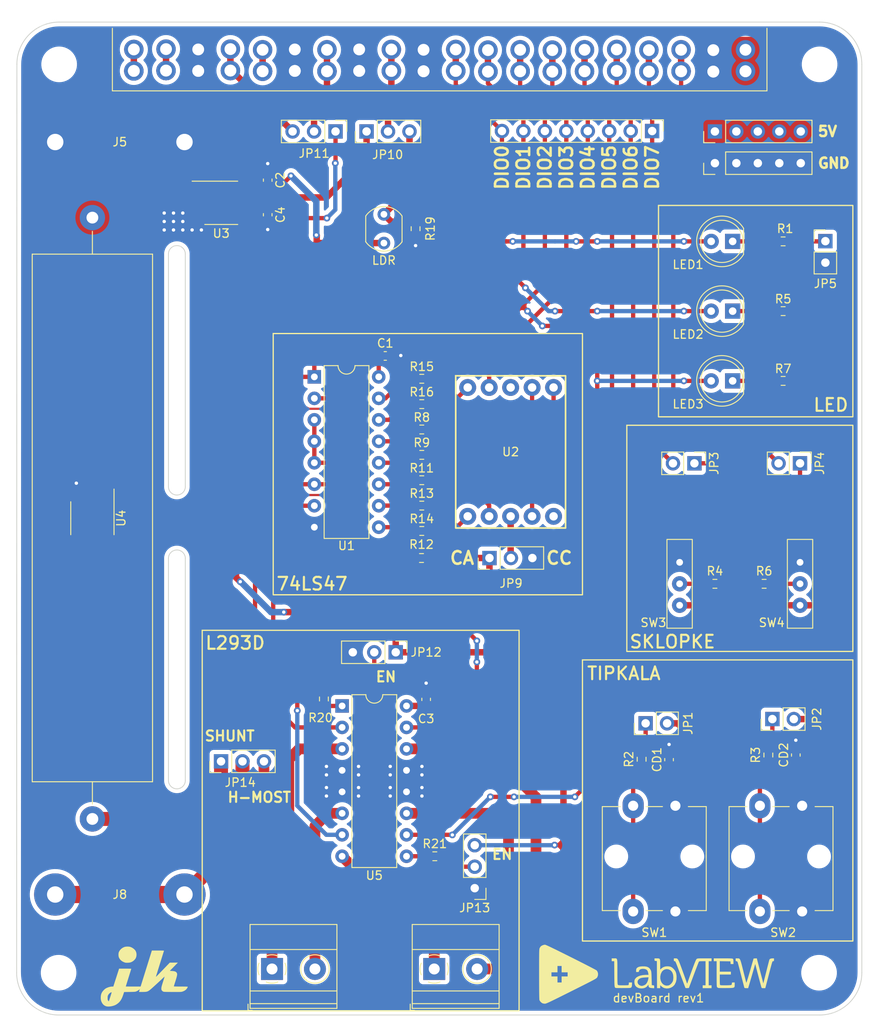
<source format=kicad_pcb>
(kicad_pcb (version 20211014) (generator pcbnew)
  (layers (0 "F.Cu" signal) (31 "B.Cu" signal) (34 "B.Paste" user) (35 "F.Paste" user) (36 "B.SilkS" user "B.Silkscreen") (37 "F.SilkS" user "F.Silkscreen") (38 "B.Mask" user) (39 "F.Mask" user) (44 "Edge.Cuts" user))
  (net 0 "")
  (net 1 "+5V")
  (net 2 "GND")
  (net 3 "Net-(C4-Pad1)")
  (net 4 "unconnected-(J1-Pad1)")
  (net 5 "unconnected-(J1-Pad2)")
  (net 6 "AO0")
  (net 7 "unconnected-(J1-Pad5)")
  (net 8 "AI0+")
  (net 9 "AI1+")
  (net 10 "DIO0")
  (net 11 "DIO1")
  (net 12 "DIO2")
  (net 13 "DIO3")
  (net 14 "DIO4")
  (net 15 "DIO5")
  (net 16 "DIO6")
  (net 17 "DIO7")
  (net 18 "Net-(J4-Pad1)")
  (net 19 "Net-(J4-Pad2)")
  (net 20 "Net-(J6-Pad1)")
  (net 21 "Net-(J6-Pad2)")
  (net 22 "Net-(JP9-Pad2)")
  (net 23 "Net-(JP10-Pad1)")
  (net 24 "Net-(JP10-Pad3)")
  (net 25 "Net-(JP11-Pad1)")
  (net 26 "Net-(D1-Pad1)")
  (net 27 "SHUNT")
  (net 28 "VDD")
  (net 29 "Net-(R8-Pad1)")
  (net 30 "Net-(R8-Pad2)")
  (net 31 "Net-(R9-Pad1)")
  (net 32 "Net-(R9-Pad2)")
  (net 33 "Net-(R11-Pad1)")
  (net 34 "Net-(R11-Pad2)")
  (net 35 "Net-(R12-Pad2)")
  (net 36 "Net-(R13-Pad1)")
  (net 37 "Net-(R13-Pad2)")
  (net 38 "Net-(R14-Pad1)")
  (net 39 "Net-(R14-Pad2)")
  (net 40 "Net-(R15-Pad1)")
  (net 41 "Net-(R15-Pad2)")
  (net 42 "Net-(R16-Pad1)")
  (net 43 "Net-(R16-Pad2)")
  (net 44 "Net-(R17-Pad2)")
  (net 51 "Net-(R4-Pad1)")
  (net 52 "Net-(R6-Pad2)")
  (net 53 "Net-(JP1-Pad1)")
  (net 54 "Net-(JP2-Pad1)")
  (net 55 "Net-(JP3-Pad1)")
  (net 56 "Net-(JP4-Pad1)")
  (net 57 "Net-(R20-Pad2)")
  (net 58 "Net-(D2-Pad1)")
  (net 59 "Net-(D3-Pad1)")
  (net 60 "Net-(R21-Pad2)")
  (net 61 "Net-(JP5-Pad1)")
  (net 62 "Net-(J8-Pad1)")
  (net 63 "Net-(JP12-Pad2)")
  (net 64 "Net-(JP13-Pad2)")
  (footprint "Resistor_SMD:R_0603_1608Metric" (layer "F.Cu") (at 148.8325 91.65)
    (fp_text reference "R11")
    (fp_text value "680")
  )
  (footprint "MountingHole:MountingHole_3.2mm_M3" (layer "F.Cu") (at 195.914466 42.464466)
    (fp_text reference "H1" hide)
    (fp_text value "MountingHole_Pad")
  )
  (footprint "Library:Omron_B3F-12x12mm" (layer "F.Cu") (at 173.85 142.65 90)
    (fp_text reference "SW1")
    (fp_text value "SW_Push")
  )
  (footprint "Capacitor_SMD:C_0603_1608Metric" (layer "F.Cu") (at 193.1 124.15 90)
    (fp_text reference "CD2")
    (fp_text value "100n")
  )
  (footprint "Connector_PinHeader_2.54mm:PinHeader_1x02_P2.54mm_Vertical" (layer "F.Cu") (at 196.6 63.375)
    (fp_text reference "JP5")
    (fp_text value "Jumper_2_Open")
  )
  (footprint "Capacitor_SMD:C_0603_1608Metric" (layer "F.Cu") (at 149.35 117.57 90)
    (fp_text reference "C3")
    (fp_text value "100n")
  )
  (footprint "Library:we01014042" (layer "F.Cu") (at 193.6 103.9 90)
    (fp_text reference "SW4")
    (fp_text value "SW_SPDT")
  )
  (footprint "Connector_PinHeader_2.54mm:PinHeader_1x03_P2.54mm_Vertical" (layer "F.Cu") (at 142.3 50.4 90)
    (fp_text reference "JP10")
    (fp_text value "Jumper_3_Open")
  )
  (footprint "Resistor_SMD:R_0603_1608Metric" (layer "F.Cu") (at 189.85 124.15 -90)
    (fp_text reference "R3")
    (fp_text value "10k")
  )
  (footprint "Connector_PinHeader_2.54mm:PinHeader_1x02_P2.54mm_Vertical" (layer "F.Cu") (at 175.325 120.4 90)
    (fp_text reference "JP1")
    (fp_text value "Jumper_2_Open")
  )
  (footprint "Connector_PinHeader_2.54mm:PinHeader_1x05_P2.54mm_Vertical" (layer "F.Cu") (at 183.525 50.4 90)
    (fp_text reference "J2" hide)
    (fp_text value "Conn_01x05_Male")
  )
  (footprint "Library:Omron_B3F-12x12mm" (layer "F.Cu") (at 188.85 142.65 90)
    (fp_text reference "SW2")
    (fp_text value "SW_Push")
  )
  (footprint "Connector_PinHeader_2.54mm:PinHeader_1x03_P2.54mm_Vertical" (layer "F.Cu") (at 125.075 124.9 90)
    (fp_text reference "JP14")
    (fp_text value "Jumper_3_Open")
  )
  (footprint "TerminalBlock_Phoenix:TerminalBlock_Phoenix_MKDS-1,5-2-5.08_1x02_P5.08mm_Horizontal" (layer "F.Cu") (at 150.305 149.455)
    (fp_text reference "J6" hide)
    (fp_text value "Screw_Terminal_01x02")
  )
  (footprint "Capacitor_SMD:C_0603_1608Metric" (layer "F.Cu") (at 130.6 60.25 -90)
    (fp_text reference "C4")
    (fp_text value "1n")
  )
  (footprint "LED_THT:LED_D5.0mm" (layer "F.Cu") (at 185.625 71.65 180)
    (fp_text reference "D2" hide)
    (fp_text value "LED")
  )
  (footprint "Resistor_SMD:R_0603_1608Metric" (layer "F.Cu") (at 150.375 136.125 180)
    (fp_text reference "R21")
    (fp_text value "10k")
  )
  (footprint "Resistor_SMD:R_0603_1608Metric" (layer "F.Cu") (at 148.8325 94.65)
    (fp_text reference "R13")
    (fp_text value "680")
  )
  (footprint "Library:logo" (layer "F.Cu") (at 116.1 150.15)
    (fp_text reference "G***" hide)
    (fp_text value "LOGO" hide)
  )
  (footprint "Resistor_SMD:R_0603_1608Metric" (layer "F.Cu") (at 148.8325 85.65)
    (fp_text reference "R8")
    (fp_text value "680")
  )
  (footprint "MountingHole:MountingHole_3.2mm_M3" (layer "F.Cu") (at 105.914466 42.464466 -90)
    (fp_text reference "H4" hide)
    (fp_text value "MountingHole_Pad")
  )
  (footprint "Library:we01014042" (layer "F.Cu") (at 179.35 103.9 90)
    (fp_text reference "SW3")
    (fp_text value "SW_SPDT")
  )
  (footprint "Connector_PinHeader_2.54mm:PinHeader_1x03_P2.54mm_Vertical" (layer "F.Cu") (at 145.75 112 -90)
    (fp_text reference "JP12")
    (fp_text value "Jumper_3_Open")
  )
  (footprint "Connector_PinHeader_2.54mm:PinHeader_1x02_P2.54mm_Vertical" (layer "F.Cu") (at 190.325 119.9 90)
    (fp_text reference "JP2")
    (fp_text value "Jumper_2_Open")
  )
  (footprint "Library:OSTV7XX3151" (layer "F.Cu") (at 114.755 40.7)
    (fp_text reference "J1" hide)
    (fp_text value "OSTV7XX3151")
  )
  (footprint "Package_SO:SOIC-8_3.9x4.9mm_P1.27mm" (layer "F.Cu") (at 125.1 58.84)
    (fp_text reference "U3")
    (fp_text value "ACS712xLCTR-05B")
  )
  (footprint "Connector_PinHeader_2.54mm:PinHeader_1x03_P2.54mm_Vertical" (layer "F.Cu") (at 156.8425 100.85 90)
    (fp_text reference "JP9")
    (fp_text value "Jumper_3_Open")
  )
  (footprint "Package_DIP:DIP-16_W7.62mm" (layer "F.Cu") (at 136.1175 79.425)
    (fp_text reference "U1")
    (fp_text value "74LS47")
  )
  (footprint "OptoDevice:R_LDR_5.1x4.3mm_P3.4mm_Vertical" (layer "F.Cu") (at 144.35 63.6 90)
    (fp_text reference "R18" hide)
    (fp_text value "R_Photo")
  )
  (footprint "Connector_PinHeader_2.54mm:PinHeader_1x02_P2.54mm_Vertical" (layer "F.Cu") (at 181.1 89.65 -90)
    (fp_text reference "JP3")
    (fp_text value "Jumper_2_Open")
  )
  (footprint "Resistor_SMD:R_0603_1608Metric" (layer "F.Cu") (at 137.25 117.52 -90)
    (fp_text reference "R20")
    (fp_text value "10k")
  )
  (footprint "Capacitor_SMD:C_0603_1608Metric" (layer "F.Cu") (at 178.1 124.7 90)
    (fp_text reference "CD1")
    (fp_text value "100n")
  )
  (footprint "Resistor_SMD:R_0603_1608Metric" (layer "F.Cu") (at 191.6 63.4)
    (fp_text reference "R1")
    (fp_text value "1k")
  )
  (footprint "Capacitor_SMD:C_0603_1608Metric" (layer "F.Cu") (at 144.5125 76.95)
    (fp_text reference "C1")
    (fp_text value "100n")
  )
  (footprint "Package_DIP:DIP-16_W7.62mm" (layer "F.Cu") (at 139.405 118.345)
    (fp_text reference "U5")
    (fp_text value "L293D")
  )
  (footprint "Library:7segm-SA52" (layer "F.Cu") (at 159.35 88.3)
    (fp_text reference "U2")
    (fp_text value "7segm-symbol")
  )
  (footprint "MountingHole:MountingHole_3.2mm_M3" (layer "F.Cu") (at 195.85 149.9)
    (fp_text reference "H2" hide)
    (fp_text value "MountingHole_Pad")
  )
  (footprint "Connector_PinHeader_2.54mm:PinHeader_1x03_P2.54mm_Vertical" (layer "F.Cu") (at 155.1 139.9 180)
    (fp_text reference "JP13")
    (fp_text value "Jumper_3_Open")
  )
  (footprint "Resistor_SMD:R_0603_1608Metric" (layer "F.Cu") (at 183.525 103.9)
    (fp_text reference "R4")
    (fp_text value "10k")
  )
  (footprint "Capacitor_SMD:C_0603_1608Metric" (layer "F.Cu") (at 130.6 56.16 90)
    (fp_text reference "C2")
    (fp_text value "100n")
  )
  (footprint "Connector_PinHeader_2.54mm:PinHeader_1x03_P2.54mm_Vertical" (layer "F.Cu") (at 138.625 50.4 -90)
    (fp_text reference "JP11")
    (fp_text value "Jumper_3_Open")
  )
  (footprint "Package_SO:SOIC-8_3.9x4.9mm_P1.27mm" (layer "F.Cu") (at 109.85 96.145 -90)
    (fp_text reference "U4")
    (fp_text value "LM35-D")
  )
  (footprint "LED_THT:LED_D5.0mm" (layer "F.Cu") (at 185.625 63.4 180)
    (fp_text reference "D1" hide)
    (fp_text value "LED")
  )
  (footprint "Library:Labview-logo" (layer "F.Cu") (at 176.6 150.15)
    (fp_text reference "G***" hide)
    (fp_text value "LOGO" hide)
  )
  (footprint "MountingHole:MountingHole_3.2mm_M3" (layer "F.Cu") (at 105.85 149.9)
    (fp_text reference "H3" hide)
    (fp_text value "MountingHole_Pad")
  )
  (footprint "Library:DELTRON 4mm banana socket - red" (layer "F.Cu") (at 113.1 140.65)
    (fp_text reference "J8")
    (fp_text value "Screw_Terminal_01x01")
  )
  (footprint "Resistor_SMD:R_0603_1608Metric" (layer "F.Cu") (at 148.8325 97.65)
    (fp_text reference "R14")
    (fp_text value "680")
  )
  (footprint "Connector_PinHeader_2.54mm:PinHeader_1x02_P2.54mm_Vertical" (layer "F.Cu") (at 193.6 89.65 -90)
    (fp_text reference "JP4")
    (fp_text value "Jumper_2_Open")
  )
  (footprint "Library:R_Axial_Power_L60.0mm_W14.0mm_P71.12mm" (layer "F.Cu") (at 109.85 131.71 90)
    (fp_text reference "R17" hide)
    (fp_text value "1R")
  )
  (footprint "Resistor_SMD:R_0603_1608Metric" (layer "F.Cu") (at 148.8325 79.65)
    (fp_text reference "R15")
    (fp_text value "680")
  )
  (footprint "Resistor_SMD:R_0603_1608Metric" (layer "F.Cu") (at 148.8 100.85 180)
    (fp_text reference "R12")
    (fp_text value "10k")
  )
  (footprint "Resistor_SMD:R_0603_1608Metric" (layer "F.Cu") (at 189.35 103.9)
    (fp_text reference "R6")
    (fp_text value "10k")
  )
  (footprint "Resistor_SMD:R_0603_1608Metric" (layer "F.Cu") (at 148.8325 82.65)
    (fp_text reference "R16")
    (fp_text value "680")
  )
  (footprint "LED_THT:LED_D5.0mm" (layer "F.Cu") (at 185.625 79.9 180)
    (fp_text reference "D3" hide)
    (fp_text value "LED")
  )
  (footprint "Resistor_SMD:R_0603_1608Metric" (layer "F.Cu") (at 191.6 71.65)
    (fp_text reference "R5")
    (fp_text value "1k")
  )
  (footprint "Resistor_SMD:R_0603_1608Metric" (layer "F.Cu") (at 148.1 61.9 -90)
    (fp_text reference "R19")
    (fp_text value "10k")
  )
  (footprint "Library:DELTRON 4mm banana socket - black" (layer "F.Cu") (at 113.1 51.65)
    (fp_text reference "J5")
    (fp_text value "Screw_Terminal_01x01")
  )
  (footprint "Connector_PinHeader_2.54mm:PinHeader_1x05_P2.54mm_Vertical" (layer "F.Cu") (at 183.525 54.15 90)
    (fp_text reference "J3" hide)
    (fp_text value "Conn_01x05_Male")
  )
  (footprint "Connector_PinHeader_2.54mm:PinHeader_1x08_P2.54mm_Vertical" (layer "F.Cu") (at 176.1 50.35 -90)
    (fp_text reference "J7" hide)
    (fp_text value "Conn_01x08_Male")
  )
  (footprint "Resistor_SMD:R_0603_1608Metric" (layer "F.Cu") (at 148.8325 88.65)
    (fp_text reference "R9")
    (fp_text value "680")
  )
  (footprint "Resistor_SMD:R_0603_1608Metric" (layer "F.Cu") (at 191.6 79.9)
    (fp_text reference "R7")
    (fp_text value "1k")
  )
  (footprint "Resistor_SMD:R_0603_1608Metric" (layer "F.Cu") (at 174.85 124.65 -90)
    (fp_text reference "R2")
    (fp_text value "10k")
  )
  (footprint "TerminalBlock_Phoenix:TerminalBlock_Phoenix_MKDS-1,5-2-5.08_1x02_P5.08mm_Horizontal" (layer "F.Cu") (at 131.11 149.455)
    (fp_text reference "J4" hide)
    (fp_text value "Screw_Terminal_01x02")
  )
  (gr_rect (start 167.85 74.3) (end 131.25 105.2) (layer "F.SilkS") (width 0.15) (fill none))
  (gr_rect (start 160.35 109.4) (end 122.85 154.4) (layer "F.SilkS") (width 0.15) (fill none))
  (gr_rect (start 199.85 85.15) (end 173.1 111.9) (layer "F.SilkS") (width 0.15) (fill none))
  (gr_rect (start 199.85 112.9) (end 167.85 146.15) (layer "F.SilkS") (width 0.15) (fill none))
  (gr_rect (start 199.85 59.15) (end 176.85 84.15) (layer "F.SilkS") (width 0.15) (fill none))
  (gr_line (start 195.914466 37.464466) (end 105.914466 37.464466) (layer "Edge.Cuts") (width 0.1))
  (gr_line (start 105.88553 154.9) (end 195.914466 154.9) (layer "Edge.Cuts") (width 0.1))
  (gr_line (start 100.88553 149.9) (end 100.914466 42.464466) (layer "Edge.Cuts") (width 0.1))
  (gr_line (start 200.914466 149.9) (end 200.914466 42.464466) (layer "Edge.Cuts") (width 0.1))
  (gr_line (start 118.85 100.9) (end 118.85 127.15) (layer "Edge.Cuts") (width 0.1))
  (gr_line (start 120.85 92.4) (end 120.85 64.9) (layer "Edge.Cuts") (width 0.1))
  (gr_arc (start 200.914466 149.9) (mid 199.449998 153.435522) (end 195.914466 154.9) (layer "Edge.Cuts") (width 0.1))
  (gr_arc (start 195.914466 37.464466) (mid 199.450034 38.928918) (end 200.914466 42.464466) (layer "Edge.Cuts") (width 0.1))
  (gr_line (start 120.85 100.9) (end 120.85 127.15) (layer "Edge.Cuts") (width 0.1))
  (gr_arc (start 100.914466 42.464466) (mid 102.378933 38.928933) (end 105.914466 37.464466) (layer "Edge.Cuts") (width 0.1))
  (gr_arc (start 105.88553 154.9) (mid 102.349999 153.435531) (end 100.88553 149.9) (layer "Edge.Cuts") (width 0.1))
  (gr_arc (start 118.85 64.9) (mid 119.85 63.9) (end 120.85 64.9) (layer "Edge.Cuts") (width 0.1))
  (gr_arc (start 120.85 92.4) (mid 119.85 93.4) (end 118.85 92.4) (layer "Edge.Cuts") (width 0.1))
  (gr_arc (start 120.85 127.15) (mid 119.85 128.15) (end 118.85 127.15) (layer "Edge.Cuts") (width 0.1))
  (gr_line (start 118.85 64.9) (end 118.85 92.4) (layer "Edge.Cuts") (width 0.1))
  (gr_arc (start 118.85 100.9) (mid 119.85 99.9) (end 120.85 100.9) (layer "Edge.Cuts") (width 0.1))
  (gr_text "LED1" (at 180.35 66.15) (layer "F.SilkS") (effects (font (size 1 1))))
  (gr_text "devBoard rev1" (at 176.85 152.9) (layer "F.SilkS") (effects (font (size 1 1))))
  (gr_text "LDR" (at 144.35 65.65) (layer "F.SilkS") (effects (font (size 1 1))))
  (gr_text "SHUNT" (at 126.1 121.9) (layer "F.SilkS") (effects (font (size 1.2 1.2) (thickness 0.25))))
  (gr_text "DIO5" (at 171.02 54.65 90) (layer "F.SilkS") (effects (font (size 1.5 1.5) (thickness 0.3))))
  (gr_text "EN" (at 144.6 114.9) (layer "F.SilkS") (effects (font (size 1.2 1.2) (thickness 0.25))))
  (gr_text "DIO3" (at 165.94 54.65 90) (layer "F.SilkS") (effects (font (size 1.5 1.5) (thickness 0.3))))
  (gr_text "H-MOST" (at 129.6 129.15) (layer "F.SilkS") (effects (font (size 1.2 1.2) (thickness 0.25))))
  (gr_text "DIO0" (at 158.32 54.65 90) (layer "F.SilkS") (effects (font (size 1.5 1.5) (thickness 0.3))))
  (gr_text "74LS47" (at 135.85 103.9) (layer "F.SilkS") (effects (font (size 1.5 1.5) (thickness 0.25))))
  (gr_text "DIO2" (at 163.4 54.65 90) (layer "F.SilkS") (effects (font (size 1.5 1.5) (thickness 0.3))))
  (gr_text "LED3" (at 180.35 82.65) (layer "F.SilkS") (effects (font (size 1 1))))
  (gr_text "DIO4" (at 168.48 54.65 90) (layer "F.SilkS") (effects (font (size 1.5 1.5) (thickness 0.3))))
  (gr_text "LED" (at 197.25 82.75) (layer "F.SilkS") (effects (font (size 1.5 1.5) (thickness 0.25))))
  (gr_text "DIO7" (at 176.1 54.65 90) (layer "F.SilkS") (effects (font (size 1.5 1.5) (thickness 0.3))))
  (gr_text "5V" (at 196.85 50.4) (layer "F.SilkS") (effects (font (size 1.2 1.2) (thickness 0.3))))
  (gr_text "LED2" (at 180.35 74.4) (layer "F.SilkS") (effects (font (size 1 1))))
  (gr_text "CA" (at 153.6 100.85) (layer "F.SilkS") (effects (font (size 1.5 1.5) (thickness 0.3))))
  (gr_text "SKLOPKE" (at 178.5 110.75) (layer "F.SilkS") (effects (font (size 1.5 1.5) (thickness 0.25))))
  (gr_text "DIO6" (at 173.56 54.65 90) (layer "F.SilkS") (effects (font (size 1.5 1.5) (thickness 0.3))))
  (gr_text "GND" (at 197.6 54.15) (layer "F.SilkS") (effects (font (size 1.2 1.2) (thickness 0.3))))
  (gr_text "TIPKALA" (at 172.75 114.5) (layer "F.SilkS") (effects (font (size 1.5 1.5) (thickness 0.25))))
  (gr_text "DIO1" (at 160.86 54.65 90) (layer "F.SilkS") (effects (font (size 1.5 1.5) (thickness 0.3))))
  (gr_text "L293D" (at 126.75 110.9) (layer "F.SilkS") (effects (font (size 1.5 1.5) (thickness 0.25))))
  (gr_text "EN" (at 158.35 135.9) (layer "F.SilkS") (effects (font (size 1.2 1.2) (thickness 0.25))))
  (gr_text "CC" (at 165.1 100.85) (layer "F.SilkS") (effects (font (size 1.5 1.5) (thickness 0.3))))
  (segment (start 183.85 147.9) (end 183.85 148.15) (width 0.762) (layer "F.Cu") (net 1))
  (segment (start 153.45 112) (end 156.25 112) (width 0.762) (layer "F.Cu") (net 1))
  (segment (start 157.45 112) (end 163.2 112) (width 0.762) (layer "F.Cu") (net 1))
  (segment (start 199.35 119.15) (end 199.35 118.9) (width 0.762) (layer "F.Cu") (net 1))
  (segment (start 193.6 106.44) (end 198.39 106.44) (width 0.762) (layer "F.Cu") (net 1))
  (segment (start 152.95 117.3) (end 152.95 112.55) (width 0.762) (layer "F.Cu") (net 1))
  (segment (start 199.35 118.9) (end 199.35 119.9) (width 0.762) (layer "F.Cu") (net 1))
  (segment (start 152.95 112) (end 153.45 112) (width 0.762) (layer "F.Cu") (net 1))
  (segment (start 199.35 107.15) (end 199.35 118.9) (width 0.762) (layer "F.Cu") (net 1))
  (segment (start 157.3275 103.6575) (end 157.3275 103.6275) (width 0.762) (layer "F.Cu") (net 1))
  (segment (start 156.8425 111.8425) (end 157 112) (width 0.762) (layer "F.Cu") (net 1))
  (segment (start 147.025 118.345) (end 149.35 118.345) (width 0.762) (layer "F.Cu") (net 1))
  (segment (start 147.35 75.4) (end 148.35 76.4) (width 0.762) (layer "F.Cu") (net 1))
  (segment (start 126.32 98.62) (end 126.38 98.62) (width 0.508) (layer "F.Cu") (net 1))
  (segment (start 130.6 56.935) (end 132.065 56.935) (width 0.508) (layer "F.Cu") (net 1))
  (segment (start 165.6 134.25) (end 165.6 114.4) (width 0.762) (layer "F.Cu") (net 1))
  (segment (start 156.8425 100.85) (end 156.8425 103.1425) (width 0.762) (layer "F.Cu") (net 1))
  (segment (start 165.6 135.35) (end 165.6 134.95) (width 0.762) (layer "F.Cu") (net 1))
  (segment (start 156.8425 111.4075) (end 156.25 112) (width 0.762) (layer "F.Cu") (net 1))
  (segment (start 198.39 106.44) (end 199.06 106.44) (width 0.762) (layer "F.Cu") (net 1))
  (segment (start 126.85 99.15) (end 126.85 103.15) (width 0.762) (layer "F.Cu") (net 1))
  (segment (start 183.85 148.15) (end 183.1 148.9) (width 0.762) (layer "F.Cu") (net 1))
  (segment (start 191.35 146.65) (end 189.1 148.9) (width 0.762) (layer "F.Cu") (net 1))
  (segment (start 192.865 119.9) (end 198.6 119.9) (width 0.762) (layer "F.Cu") (net 1))
  (segment (start 157.3575 103.6575) (end 157.3275 103.6575) (width 0.762) (layer "F.Cu") (net 1))
  (segment (start 145.75 112) (end 152.5 112) (width 0.762) (layer "F.Cu") (net 1))
  (segment (start 152.5 112) (end 152.95 112) (width 0.762) (layer "F.Cu") (net 1))
  (segment (start 163.2 112) (end 165.1 113.9) (width 0.762) (layer "F.Cu") (net 1))
  (segment (start 126.32 98.62) (end 126.85 99.15) (width 0.508) (layer "F.Cu") (net 1))
  (segment (start 156.8425 111.3925) (end 156.8425 111.4075) (width 0.762) (layer "F.Cu") (net 1))
  (segment (start 143.7375 76.95) (end 143.7375 79.425) (width 0.508) (layer "F.Cu") (net 1))
  (segment (start 143.7375 76.95) (end 143.7375 76.0125) (width 0.762) (layer "F.Cu") (net 1))
  (segment (start 151.905 118.345) (end 152.95 117.3) (width 0.762) (layer "F.Cu") (net 1))
  (segment (start 165.45 134.8) (end 165.6 134.95) (width 0.508) (layer "F.Cu") (net 1))
  (segment (start 164.55 134.8) (end 165.05 134.8) (width 0.508) (layer "F.Cu") (net 1))
  (segment (start 111.755 98.62) (end 126.32 98.62) (width 0.508) (layer "F.Cu") (net 1))
  (segment (start 165.05 134.8) (end 165.6 135.35) (width 0.508) (layer "F.Cu") (net 1))
  (segment (start 183.85 148.15) (end 184.6 148.9) (width 0.762) (layer "F.Cu") (net 1))
  (segment (start 199.35 120.65) (end 199.35 129.15) (width 0.762) (layer "F.Cu") (net 1))
  (segment (start 183.85 147.9) (end 183.85 148.9) (width 0.762) (layer "F.Cu") (net 1))
  (segment (start 127.575 56.935) (end 130.6 56.935) (width 0.508) (layer "F.Cu") (net 1))
  (segment (start 126.85 73.15) (end 126.85 98.15) (width 0.762) (layer "F.Cu") (net 1))
  (segment (start 156.8425 104.1425) (end 156.8425 111.3925) (width 0.762) (layer "F.Cu") (net 1))
  (segment (start 136.4 63.6) (end 136.4 62.7) (width 0.762) (layer "F.Cu") (net 1))
  (segment (start 153 112.45) (end 153.45 112) (width 0.762) (layer "F.Cu") (net 1))
  (segment (start 157.3575 103.6575) (end 156.8425 103.6575) (width 0.762) (layer "F.Cu") (net 1))
  (segment (start 183.85 125.15) (end 183.85 147.9) (width 0.762) (layer "F.Cu") (net 1))
  (segment (start 126.85 98.15) (end 126.85 98.65) (width 0.762) (layer "F.Cu") (net 1))
  (segment (start 126.82 98.62) (end 126.85 98.65) (width 0.508) (layer "F.Cu") (net 1))
  (segment (start 144.35 63.6) (end 136.4 63.6) (width 0.762) (layer "F.Cu") (net 1))
  (segment (start 165.5925 103.6575) (end 157.3575 103.6575) (width 0.762) (layer "F.Cu") (net 1))
  (segment (start 198.6 119.9) (end 199.35 119.9) (width 0.762) (layer "F.Cu") (net 1))
  (segment (start 145.75 109.8) (end 145.75 112) (width 0.762) (layer "F.Cu") (net 1))
  (segment (start 149.35 118.345) (end 151.905 118.345) (width 0.762) (layer "F.Cu") (net 1))
  (segment (start 199.35 105.65) (end 199.35 106.15) (width 0.762) (layer "F.Cu") (net 1))
  (segment (start 167.6 148.9) (end 165.6 146.9) (width 0.762) (layer "F.Cu") (net 1))
  (segment (start 177.865 120.4) (end 179.1 120.4) (width 0.762) (layer "F.Cu") (net 1))
  (segment (start 189.1 148.9) (end 184.6 148.9) (width 0.762) (layer "F.Cu") (net 1))
  (segment (start 193.6 106.44) (end 179.35 106.44) (width 0.762) (layer "F.Cu") (net 1))
  (segment (start 165.6 134.95) (end 165.6 134.25) (width 0.762) (layer "F.Cu") (net 1))
  (segment (start 144.35 75.4) (end 147.35 75.4) (width 0.762) (layer "F.Cu") (net 1))
  (segment (start 199.35 119.9) (end 199.35 120.65) (width 0.762) (layer "F.Cu") (net 1))
  (segment (start 184.6 148.9) (end 183.85 148.9) (width 0.762) (layer "F.Cu") (net 1))
  (segment (start 199.35 51.9) (end 199.35 105.65) (width 0.762) (layer "F.Cu") (net 1))
  (segment (start 198.6 119.9) (end 199.35 119.15) (width 0.762) (layer "F.Cu") (net 1))
  (segment (start 156.8425 111.3925) (end 156.8425 111.8425) (width 0.762) (layer "F.Cu") (net 1))
  (segment (start 165.35 76.4) (end 167.35 78.4) (width 0.762) (layer "F.Cu") (net 1))
  (segment (start 156.8425 103.6575) (end 156.8425 104.1425) (width 0.762) (layer "F.Cu") (net 1))
  (segment (start 167.35 101.9) (end 165.5925 103.6575) (width 0.762) (layer "F.Cu") (net 1))
  (segment (start 152.95 112.55) (end 152.95 112) (width 0.762) (layer "F.Cu") (net 1))
  (segment (start 156.8425 103.1425) (end 156.8425 103.6575) (width 0.762) (layer "F.Cu") (net 1))
  (segment (start 183.1 148.9) (end 167.6 148.9) (width 0.762) (layer "F.Cu") (net 1))
  (segment (start 179.1 120.4) (end 183.85 125.15) (width 0.762) (layer "F.Cu") (net 1))
  (segment (start 165.05 134.8) (end 165.45 134.8) (width 0.508) (layer "F.Cu") (net 1))
  (segment (start 152.95 112.45) (end 152.5 112) (width 0.762) (layer "F.Cu") (net 1))
  (segment (start 136.4 62.7) (end 136.35 62.65) (width 0.762) (layer "F.Cu") (net 1))
  (segment (start 136.4 63.6) (end 126.85 73.15) (width 0.762) (layer "F.Cu") (net 1))
  (segment (start 167.35 78.4) (end 167.35 101.9) (width 0.762) (layer "F.Cu") (net 1))
  (segment (start 198.56 106.44) (end 198.64 106.44) (width 0.762) (layer "F.Cu") (net 1))
  (segment (start 191.35 137.15) (end 191.35 146.65) (width 0.762) (layer "F.Cu") (net 1))
  (segment (start 156.8425 111.3925) (end 157.45 112) (width 0.762) (layer "F.Cu") (net 1))
  (segment (start 148.35 76.4) (end 165.35 76.4) (width 0.762) (layer "F.Cu") (net 1))
  (segment (start 165.6 146.9) (end 165.6 135.35) (width 0.762) (layer "F.Cu") (net 1))
  (segment (start 198.64 106.44) (end 199.35 107.15) (width 0.762) (layer "F.Cu") (net 1))
  (segment (start 165.6 114.4) (end 165.1 113.9) (width 0.762) (layer "F.Cu") (net 1))
  (segment (start 152.95 112.55) (end 152.95 112.45) (width 0.762) (layer "F.Cu") (net 1))
  (segment (start 199.06 106.44) (end 199.35 106.15) (width 0.762) (layer "F.Cu") (net 1))
  (segment (start 152.95 112.45) (end 153 112.45) (width 0.762) (layer "F.Cu") (net 1))
  (segment (start 132.5 107.25) (end 143.2 107.25) (width 0.762) (layer "F.Cu") (net 1))
  (segment (start 198.6 119.9) (end 199.35 120.65) (width 0.762) (layer "F.Cu") (net 1))
  (segment (start 126.38 98.62) (end 126.85 98.15) (width 0.508) (layer "F.Cu") (net 1))
  (segment (start 132.065 56.935) (end 133.35 55.65) (width 0.508) (layer "F.Cu") (net 1))
  (segment (start 199.35 106.15) (end 199.35 107.15) (width 0.762) (layer "F.Cu") (net 1))
  (segment (start 183.85 148.9) (end 183.1 148.9) (width 0.762) (layer "F.Cu") (net 1))
  (segment (start 149.625 100.85) (end 156.8425 100.85) (width 0.762) (layer "F.Cu") (net 1))
  (segment (start 198.56 106.44) (end 199.35 105.65) (width 0.762) (layer "F.Cu") (net 1))
  (segment (start 126.32 98.62) (end 126.82 98.62) (width 0.508) (layer "F.Cu") (net 1))
  (segment (start 198.39 106.44) (end 198.56 106.44) (width 0.762) (layer "F.Cu") (net 1))
  (segment (start 157.3275 103.6275) (end 156.8425 103.1425) (width 0.762) (layer "F.Cu") (net 1))
  (segment (start 193.685 50.4) (end 197.85 50.4) (width 0.762) (layer "F.Cu") (net 1))
  (segment (start 165.05 134.8) (end 165.6 134.25) (width 0.508) (layer "F.Cu") (net 1))
  (segment (start 143.7375 76.0125) (end 144.35 75.4) (width 0.762) (layer "F.Cu") (net 1))
  (segment (start 126.85 98.65) (end 126.85 99.15) (width 0.762) (layer "F.Cu") (net 1))
  (segment (start 143.2 107.25) (end 145.75 109.8) (width 0.762) (layer "F.Cu") (net 1))
  (segment (start 157 112) (end 157.45 112) (width 0.762) (layer "F.Cu") (net 1))
  (segment (start 126.85 103.15) (end 127.35 103.65) (width 0.762) (layer "F.Cu") (net 1))
  (segment (start 156.25 112) (end 157 112) (width 0.762) (layer "F.Cu") (net 1))
  (segment (start 157.3275 103.6575) (end 156.8425 104.1425) (width 0.762) (layer "F.Cu") (net 1))
  (segment (start 199.35 129.15) (end 191.35 137.15) (width 0.762) (layer "F.Cu") (net 1))
  (segment (start 197.85 50.4) (end 199.35 51.9) (width 0.762) (layer "F.Cu") (net 1))
  (via (at 136.35 62.65) (size 0.8) (drill 0.4) (layers "F.Cu" "B.Cu") (net 1))
  (via (at 132.5 107.25) (size 0.8) (drill 0.4) (layers "F.Cu" "B.Cu") (net 1))
  (via (at 133.35 55.65) (size 0.8) (drill 0.4) (layers "F.Cu" "B.Cu") (net 1))
  (via (at 127.35 103.65) (size 0.8) (drill 0.4) (layers "F.Cu" "B.Cu") (net 1))
  (via (at 164.55 134.8) (size 0.8) (drill 0.4) (layers "F.Cu" "B.Cu") (net 1))
  (segment (start 136.35 62.65) (end 136.35 58.65) (width 0.762) (layer "B.Cu") (net 1))
  (segment (start 155.1 134.82) (end 164.53 134.82) (width 0.508) (layer "B.Cu") (net 1))
  (segment (start 164.53 134.82) (end 164.55 134.8) (width 0.508) (layer "B.Cu") (net 1))
  (segment (start 127.35 103.65) (end 127.4 103.65) (width 0.762) (layer "B.Cu") (net 1))
  (segment (start 131 107.25) (end 132.5 107.25) (width 0.762) (layer "B.Cu") (net 1))
  (segment (start 127.4 103.65) (end 131 107.25) (width 0.762) (layer "B.Cu") (net 1))
  (segment (start 136.35 58.65) (end 133.35 55.65) (width 0.762) (layer "B.Cu") (net 1))
  (segment (start 129.375 61.025) (end 129.095 60.745) (width 0.508) (layer "F.Cu") (net 2))
  (segment (start 130.6 55.385) (end 130.6 54.25) (width 0.508) (layer "F.Cu") (net 2))
  (segment (start 148.1 62.725) (end 148.1 63.9) (width 0.762) (layer "F.Cu") (net 2))
  (segment (start 130.6 61.025) (end 129.375 61.025) (width 0.508) (layer "F.Cu") (net 2))
  (segment (start 129.095 60.745) (end 127.575 60.745) (width 0.508) (layer "F.Cu") (net 2))
  (segment (start 149.35 115.65) (end 149.35 116.795) (width 0.762) (layer "F.Cu") (net 2))
  (segment (start 145.2875 76.95) (end 146.3 76.95) (width 0.508) (layer "F.Cu") (net 2))
  (segment (start 146.3 76.95) (end 146.35 76.9) (width 0.508) (layer "F.Cu") (net 2))
  (segment (start 107.945 93.67) (end 107.945 92.005) (width 0.508) (layer "F.Cu") (net 2))
  (segment (start 107.945 92.005) (end 107.95 92) (width 0.508) (layer "F.Cu") (net 2))
  (segment (start 178.1 123.925) (end 178.1 122.9) (width 0.508) (layer "F.Cu") (net 2))
  (segment (start 193.1 123.375) (end 193.1 122.4) (width 0.508) (layer "F.Cu") (net 2))
  (segment (start 130.6 61.025) (end 130.6 62) (width 0.508) (layer "F.Cu") (net 2))
  (via (at 122.75 62.05) (size 0.8) (drill 0.4) (layers "F.Cu" "B.Cu") (net 2))
  (via (at 145.1 126.5) (size 0.8) (drill 0.4) (layers "F.Cu" "B.Cu") (net 2))
  (via (at 120.55 62.05) (size 0.8) (drill 0.4) (layers "F.Cu" "B.Cu") (net 2))
  (via (at 141.35 125.5) (size 0.8) (drill 0.4) (layers "F.Cu" "B.Cu") (net 2))
  (via (at 148.85 128) (size 0.8) (drill 0.4) (layers "F.Cu" "B.Cu") (net 2))
  (via (at 146.35 76.9) (size 0.8) (drill 0.4) (layers "F.Cu" "B.Cu") (net 2))
  (via (at 119.45 60.05) (size 0.8) (drill 0.4) (layers "F.Cu" "B.Cu") (net 2))
  (via (at 119.45 61.05) (size 0.8) (drill 0.4) (layers "F.Cu" "B.Cu") (net 2))
  (via (at 121.65 62.05) (size 0.8) (drill 0.4) (layers "F.Cu" "B.Cu") (net 2))
  (via (at 145.1 125.5) (size 0.8) (drill 0.4) (layers "F.Cu" "B.Cu") (net 2))
  (via (at 118.35 61.05) (size 0.8) (drill 0.4) (layers "F.Cu" "B.Cu") (net 2))
  (via (at 118.35 60.05) (size 0.8) (drill 0.4) (layers "F.Cu" "B.Cu") (net 2))
  (via (at 145.1 128) (size 0.8) (drill 0.4) (layers "F.Cu" "B.Cu") (net 2))
  (via (at 118.35 62.05) (size 0.8) (drill 0.4) (layers "F.Cu" "B.Cu") (net 2))
  (via (at 130.6 54.2) (size 0.8) (drill 0.4) (layers "F.Cu" "B.Cu") (net 2))
  (via (at 148.85 129) (size 0.8) (drill 0.4) (layers "F.Cu" "B.Cu") (net 2))
  (via (at 148.85 126.5) (size 0.8) (drill 0.4) (layers "F.Cu" "B.Cu") (net 2))
  (via (at 148.85 125.5) (size 0.8) (drill 0.4) (layers "F.Cu" "B.Cu") (net 2))
  (via (at 145.1 129) (size 0.8) (drill 0.4) (layers "F.Cu" "B.Cu") (net 2))
  (via (at 130.6 62) (size 0.8) (drill 0.4) (layers "F.Cu" "B.Cu") (net 2))
  (via (at 141.35 128) (size 0.8) (drill 0.4) (layers "F.Cu" "B.Cu") (net 2))
  (via (at 137.55 129) (size 0.8) (drill 0.4) (layers "F.Cu" "B.Cu") (net 2))
  (via (at 137.55 125.5) (size 0.8) (drill 0.4) (layers "F.Cu" "B.Cu") (net 2))
  (via (at 137.55 126.5) (size 0.8) (drill 0.4) (layers "F.Cu" "B.Cu") (net 2))
  (via (at 141.35 126.5) (size 0.8) (drill 0.4) (layers "F.Cu" "B.Cu") (net 2))
  (via (at 120.55 61.05) (size 0.8) (drill 0.4) (layers "F.Cu" "B.Cu") (net 2))
  (via (at 178.1 122.9) (size 0.8) (drill 0.4) (layers "F.Cu" "B.Cu") (net 2))
  (via (at 149.35 115.65) (size 0.8) (drill 0.4) (layers "F.Cu" "B.Cu") (net 2))
  (via (at 193.1 122.4) (size 0.8) (drill 0.4) (layers "F.Cu" "B.Cu") (net 2))
  (via (at 148.1 63.9) (size 0.8) (drill 0.4) (layers "F.Cu" "B.Cu") (net 2))
  (via (at 137.55 128) (size 0.8) (drill 0.4) (layers "F.Cu" "B.Cu") (net 2))
  (via (at 107.95 92) (size 0.8) (drill 0.4) (layers "F.Cu" "B.Cu") (net 2))
  (via (at 120.55 60.05) (size 0.8) (drill 0.4) (layers "F.Cu" "B.Cu") (net 2))
  (via (at 119.45 62.05) (size 0.8) (drill 0.4) (layers "F.Cu" "B.Cu") (net 2))
  (via (at 141.35 129) (size 0.8) (drill 0.4) (layers "F.Cu" "B.Cu") (net 2))
  (segment (start 127.575 59.475) (end 130.6 59.475) (width 0.508) (layer "F.Cu") (net 3))
  (segment (start 114.755 40.7) (end 114.755 43.24) (width 0.762) (layer "F.Cu") (net 4))
  (segment (start 118.565 40.66) (end 118.565 43.2) (width 0.762) (layer "F.Cu") (net 5))
  (segment (start 133.545 50.4) (end 126.345 43.2) (width 0.762) (layer "F.Cu") (net 6))
  (segment (start 126.345 43.2) (end 126.185 43.2) (width 0.762) (layer "F.Cu") (net 6))
  (segment (start 126.185 40.66) (end 126.185 43.2) (width 0.762) (layer "F.Cu") (net 6))
  (segment (start 129.995 40.74) (end 129.995 43.28) (width 0.762) (layer "F.Cu") (net 7))
  (segment (start 136.085 50.4) (end 136.085 47.665) (width 0.762) (layer "F.Cu") (net 8))
  (segment (start 137.615 46.135) (end 137.615 43.28) (width 0.762) (layer "F.Cu") (net 8))
  (segment (start 137.615 40.74) (end 137.615 43.28) (width 0.762) (layer "F.Cu") (net 8))
  (segment (start 136.085 47.665) (end 137.615 46.135) (width 0.762) (layer "F.Cu") (net 8))
  (segment (start 144.84 47.91) (end 144.84 50.4) (width 0.762) (layer "F.Cu") (net 9))
  (segment (start 145.235 40.7) (end 145.235 43.24) (width 0.762) (layer "F.Cu") (net 9))
  (segment (start 145.235 43.24) (end 145.235 47.515) (width 0.762) (layer "F.Cu") (net 9))
  (segment (start 145.235 47.515) (end 144.84 47.91) (width 0.762) (layer "F.Cu") (net 9))
  (segment (start 133.835 120.885) (end 129.1 116.15) (width 0.508) (layer "F.Cu") (net 10))
  (segment (start 137.35 66.65) (end 129.1 74.9) (width 0.508) (layer "F.Cu") (net 10))
  (segment (start 158.32 61.121263) (end 158.32 50.35) (width 0.508) (layer "F.Cu") (net 10))
  (segment (start 129.515 94.665) (end 129.215 94.665) (width 0.508) (layer "F.Cu") (net 10))
  (segment (start 129.1 94.25) (end 129.1 92.15) (width 0.508) (layer "F.Cu") (net 10))
  (segment (start 129.1 95.05) (end 129.1 94.55) (width 0.508) (layer "F.Cu") (net 10))
  (segment (start 159.6 63.4) (end 158.85 63.4) (width 0.508) (layer "F.Cu") (net 10))
  (segment (start 129.1 94.55) (end 129.1 94.25) (width 0.508) (layer "F.Cu") (net 10))
  (segment (start 158.6 63.4) (end 158.32 63.68) (width 0.508) (layer "F.Cu") (net 10))
  (segment (start 158.32 63.68) (end 158.32 64.43) (width 0.508) (layer "F.Cu") (net 10))
  (segment (start 129.215 94.665) (end 129.1 94.55) (width 0.508) (layer "F.Cu") (net 10))
  (segment (start 158.32 63.43) (end 158.32 63.12) (width 0.508) (layer "F.Cu") (net 10))
  (segment (start 158.6 63.4) (end 158.32 63.12) (width 0.508) (layer "F.Cu") (net 10))
  (segment (start 158.32 50.35) (end 152.855 44.885) (width 0.508) (layer "F.Cu") (net 10))
  (segment (start 136.1175 94.665) (end 129.515 94.665) (width 0.508) (layer "F.Cu") (net 10))
  (segment (start 158.85 63.4) (end 158.6 63.4) (width 0.508) (layer "F.Cu") (net 10))
  (segment (start 152.855 40.7) (end 152.855 43.24) (width 0.762) (layer "F.Cu") (net 10))
  (segment (start 129.485 94.665) (end 129.1 95.05) (width 0.508) (layer "F.Cu") (net 10))
  (segment (start 129.1 116.15) (end 129.1 95.05) (width 0.508) (layer "F.Cu") (net 10))
  (segment (start 129.515 94.665) (end 129.485 94.665) (width 0.508) (layer "F.Cu") (net 10))
  (segment (start 158.85 63.4) (end 158.35 63.4) (width 0.508) (layer "F.Cu") (net 10))
  (segment (start 158.32 64.43) (end 156.1 66.65) (width 0.508) (layer "F.Cu") (net 10))
  (segment (start 158.32 63.43) (end 158.32 63.68) (width 0.508) (layer "F.Cu") (net 10))
  (segment (start 156.1 66.65) (end 137.35 66.65) (width 0.508) (layer "F.Cu") (net 10))
  (segment (start 158.35 63.4) (end 158.32 63.43) (width 0.508) (layer "F.Cu") (net 10))
  (segment (start 129.1 74.9) (end 129.1 92.15) (width 0.508) (layer "F.Cu") (net 10))
  (segment (start 158.32 63.12) (end 158.32 61.121263) (width 0.508) (layer "F.Cu") (net 10))
  (segment (start 152.855 44.885) (end 152.855 43.24) (width 0.508) (layer "F.Cu") (net 10))
  (segment (start 183.085 63.4) (end 179.85 63.4) (width 0.508) (layer "F.Cu") (net 10))
  (segment (start 129.515 94.665) (end 129.1 94.25) (width 0.508) (layer "F.Cu") (net 10))
  (segment (start 167.1 63.4) (end 169.6 63.4) (width 0.508) (layer "F.Cu") (net 10))
  (segment (start 139.405 120.885) (end 133.835 120.885) (width 0.508) (layer "F.Cu") (net 10))
  (via (at 159.6 63.4) (size 0.8) (drill 0.4) (layers "F.Cu" "B.Cu") (net 10))
  (via (at 179.85 63.4) (size 0.8) (drill 0.4) (layers "F.Cu" "B.Cu") (net 10))
  (via (at 169.6 63.4) (size 0.8) (drill 0.4) (layers "F.Cu" "B.Cu") (net 10))
  (via (at 167.1 63.4) (size 0.8) (drill 0.4) (layers "F.Cu" "B.Cu") (net 10))
  (segment (start 164.6 63.4) (end 159.6 63.4) (width 0.508) (layer "B.Cu") (net 10))
  (segment (start 164.6 63.4) (end 167.1 63.4) (width 0.508) (layer "B.Cu") (net 10))
  (segment (start 179.85 63.4) (end 169.6 63.4) (width 0.508) (layer "B.Cu") (net 10))
  (segment (start 139.85 69.15) (end 136.1175 72.8825) (width 0.508) (layer "F.Cu") (net 11))
  (segment (start 131.35 82.4) (end 131.35 91.15) (width 0.508) (layer "F.Cu") (net 11))
  (segment (start 137.85 93.4) (end 138.6 94.15) (width 0.508) (layer "F.Cu") (net 11))
  (segment (start 159.725 67.525) (end 159.475 67.775) (width 0.508) (layer "F.Cu") (net 11))
  (segment (start 159.975 67.775) (end 159.475 67.775) (width 0.508) (layer "F.Cu") (net 11))
  (segment (start 135.1 93.4) (end 137.1 93.4) (width 0.254) (layer "F.Cu") (net 11))
  (segment (start 138.6 94.15) (end 138.6 98.15) (width 0.508) (layer "F.Cu") (net 11))
  (segment (start 159.975 67.775) (end 159.975 67.275) (width 0.508) (layer "F.Cu") (net 11))
  (segment (start 160.1 67.9) (end 159.725 67.525) (width 0.508) (layer "F.Cu") (net 11))
  (segment (start 156.665 40.78) (end 156.665 43.32) (width 0.762) (layer "F.Cu") (net 11))
  (segment (start 134.325 79.425) (end 131.35 82.4) (width 0.508) (layer "F.Cu") (net 11))
  (segment (start 160.1 67.9) (end 159.975 67.775) (width 0.508) (layer "F.Cu") (net 11))
  (segment (start 156.665 44.715) (end 156.665 43.32) (width 0.508) (layer "F.Cu") (net 11))
  (segment (start 134.1 113.4) (end 134.1 118.9) (width 0.508) (layer "F.Cu") (net 11))
  (segment (start 131.25 105.5) (end 131.25 110.55) (width 0.508) (layer "F.Cu") (net 11))
  (segment (start 160.86 48.91) (end 156.665 44.715) (width 0.508) (layer "F.Cu") (net 11))
  (segment (start 137.1 93.4) (end 137.85 93.4) (width 0.508) (layer "F.Cu") (net 11))
  (segment (start 158.1 69.15) (end 139.85 69.15) (width 0.508) (layer "F.Cu") (net 11))
  (segment (start 133.6 93.4) (end 135.1 93.4) (width 0.508) (layer "F.Cu") (net 11))
  (segment (start 131.25 110.55) (end 134.1 113.4) (width 0.508) (layer "F.Cu") (net 11))
  (segment (start 160.86 50.35) (end 160.86 48.91) (width 0.508) (layer "F.Cu") (net 11))
  (segment (start 161.1 68.9) (end 160.1 67.9) (width 0.508) (layer "F.Cu") (net 11))
  (segment (start 159.475 67.775) (end 158.1 69.15) (width 0.508) (layer "F.Cu") (net 11))
  (segment (start 183.085 71.65) (end 179.85 71.65) (width 0.508) (layer "F.Cu") (net 11))
  (segment (start 169.6 71.65) (end 164.6 71.65) (width 0.508) (layer "F.Cu") (net 11))
  (segment (start 136.1175 72.8825) (end 136.1175 79.425) (width 0.508) (layer "F.Cu") (net 11))
  (segment (start 131.35 91.15) (end 133.6 93.4) (width 0.508) (layer "F.Cu") (net 11))
  (segment (start 136.1175 79.425) (end 134.325 79.425) (width 0.508) (layer "F.Cu") (net 11))
  (segment (start 159.975 67.275) (end 159.725 67.525) (width 0.508) (layer "F.Cu") (net 11))
  (segment (start 160.86 66.39) (end 159.975 67.275) (width 0.508) (layer "F.Cu") (net 11))
  (segment (start 160.86 50.35) (end 160.86 66.39) (width 0.508) (layer "F.Cu") (net 11))
  (segment (start 138.6 98.15) (end 131.25 105.5) (width 0.508) (layer "F.Cu") (net 11))
  (via (at 161.1 68.9) (size 0.8) (drill 0.4) (layers "F.Cu" "B.Cu") (net 11))
  (via (at 164.6 71.65) (size 0.8) (drill 0.4) (layers "F.Cu" "B.Cu") (net 11))
  (via (at 179.85 71.65) (size 0.8) (drill 0.4) (layers "F.Cu" "B.Cu") (net 11))
  (via (at 169.6 71.65) (size 0.8) (drill 0.4) (layers "F.Cu" "B.Cu") (net 11))
  (via (at 134.1 118.9) (size 0.8) (drill 0.4) (layers "F.Cu" "B.Cu") (net 11))
  (segment (start 137.535 133.585) (end 139.405 133.585) (width 0.508) (layer "B.Cu") (net 11))
  (segment (start 134.1 130.15) (end 137.535 133.585) (width 0.508) (layer "B.Cu") (net 11))
  (segment (start 134.1 118.9) (end 134.1 130.15) (width 0.508) (layer "B.Cu") (net 11))
  (segment (start 164.6 71.65) (end 163.85 71.65) (width 0.508) (layer "B.Cu") (net 11))
  (segment (start 179.85 71.65) (end 169.6 71.65) (width 0.508) (layer "B.Cu") (net 11))
  (segment (start 163.85 71.65) (end 161.1 68.9) (width 0.508) (layer "B.Cu") (net 11))
  (segment (start 160.475 45.525) (end 160.475 43.28) (width 0.508) (layer "F.Cu") (net 12))
  (segment (start 165.05 73.4) (end 169.6 77.95) (width 0.508) (layer "F.Cu") (net 12))
  (segment (start 183.085 79.9) (end 179.85 79.9) (width 0.508) (layer "F.Cu") (net 12))
  (segment (start 163.4 50.35) (end 163.4 48.45) (width 0.508) (layer "F.Cu") (net 12))
  (segment (start 159.85 71.9) (end 140.35 71.9) (width 0.508) (layer "F.Cu") (net 12))
  (segment (start 139.1 80.9) (end 138.035 81.965) (width 0.508) (layer "F.Cu") (net 12))
  (segment (start 160.475 71.275) (end 160.975 71.275) (width 0.508) (layer "F.Cu") (net 12))
  (segment (start 138.035 81.965) (end 136.1175 81.965) (width 0.508) (layer "F.Cu") (net 12))
  (segment (start 140.35 71.9) (end 139.1 73.15) (width 0.508) (layer "F.Cu") (net 12))
  (segment (start 152.435 133.585) (end 152.45 133.6) (width 0.508) (layer "F.Cu") (net 12))
  (segment (start 163.4 68.35) (end 160.975 70.775) (width 0.508) (layer "F.Cu") (net 12))
  (segment (start 166.95 129.1) (end 169.6 126.45) (width 0.508) (layer "F.Cu") (net 12))
  (segment (start 156.95 129.1) (end 159.75 129.1) (width 0.508) (layer "F.Cu") (net 12))
  (segment (start 160.975 70.775) (end 160.725 71.025) (width 0.508) (layer "F.Cu") (net 12))
  (segment (start 147.025 133.585) (end 152.435 133.585) (width 0.508) (layer "F.Cu") (net 12))
  (segment (start 163.4 48.45) (end 160.475 45.525) (width 0.508) (layer "F.Cu") (net 12))
  (segment (start 163.1 73.4) (end 165.05 73.4) (width 0.508) (layer "F.Cu") (net 12))
  (segment (start 160.475 71.275) (end 159.85 71.9) (width 0.508) (layer "F.Cu") (net 12))
  (segment (start 160.975 71.275) (end 161.35 71.65) (width 0.508) (layer "F.Cu") (net 12))
  (segment (start 160.725 71.025) (end 160.475 71.275) (width 0.508) (layer "F.Cu") (net 12))
  (segment (start 160.975 71.275) (end 160.975 70.775) (width 0.508) (layer "F.Cu") (net 12))
  (segment (start 163.4 50.35) (end 163.4 68.35) (width 0.508) (layer "F.Cu") (net 12))
  (segment (start 169.6 77.95) (end 169.6 79.9) (width 0.508) (layer "F.Cu") (net 12))
  (segment (start 139.1 73.15) (end 139.1 80.9) (width 0.508) (layer "F.Cu") (net 12))
  (segment (start 160.475 40.74) (end 160.475 43.28) (width 0.762) (layer "F.Cu") (net 12))
  (segment (start 169.6 126.45) (end 169.6 79.9) (width 0.508) (layer "F.Cu") (net 12))
  (segment (start 161.35 71.65) (end 160.725 71.025) (width 0.508) (layer "F.Cu") (net 12))
  (via (at 166.95 129.1) (size 0.8) (drill 0.4) (layers "F.Cu" "B.Cu") (net 12))
  (via (at 169.6 79.9) (size 0.8) (drill 0.4) (layers "F.Cu" "B.Cu") (net 12))
  (via (at 156.95 129.1) (size 0.8) (drill 0.4) (layers "F.Cu" "B.Cu") (net 12))
  (via (at 179.85 79.9) (size 0.8) (drill 0.4) (layers "F.Cu" "B.Cu") (net 12))
  (via (at 152.45 133.6) (size 0.8) (drill 0.4) (layers "F.Cu" "B.Cu") (net 12))
  (via (at 161.35 71.65) (size 0.8) (drill 0.4) (layers "F.Cu" "B.Cu") (net 12))
  (via (at 159.75 129.1) (size 0.8) (drill 0.4) (layers "F.Cu" "B.Cu") (net 12))
  (via (at 163.1 73.4) (size 0.8) (drill 0.4) (layers "F.Cu" "B.Cu") (net 12))
  (segment (start 163.1 73.4) (end 161.35 71.65) (width 0.508) (layer "B.Cu") (net 12))
  (segment (start 159.75 129.1) (end 166.95 129.1) (width 0.508) (layer "B.Cu") (net 12))
  (segment (start 154.25 131.8) (end 156.95 129.1) (width 0.508) (layer "B.Cu") (net 12))
  (segment (start 179.85 79.9) (end 169.6 79.9) (width 0.508) (layer "B.Cu") (net 12))
  (segment (start 152.45 133.6) (end 154.25 131.8) (width 0.508) (layer "B.Cu") (net 12))
  (segment (start 148.35 103.65) (end 147.6 103.65) (width 0.508) (layer "F.Cu") (net 13))
  (segment (start 133.75 83.9) (end 133.75 91.3) (width 0.508) (layer "F.Cu") (net 13))
  (segment (start 133.75 91.3) (end 134.575 92.125) (width 0.508) (layer "F.Cu") (net 13))
  (segment (start 165.94 68.56) (end 160.35 74.15) (width 0.508) (layer "F.Cu") (net 13))
  (segment (start 153.365 120.885) (end 155.35 118.9) (width 0.508) (layer "F.Cu") (net 13))
  (segment (start 155.35 118.9) (end 155.35 114.15) (width 0.508) (layer "F.Cu") (net 13))
  (segment (start 137.15 83.2) (end 135.25 83.2) (width 0.254) (layer "F.Cu") (net 13))
  (segment (start 164.285 40.78) (end 164.285 43.32) (width 0.762) (layer "F.Cu") (net 13))
  (segment (start 164.285 46.335) (end 164.285 43.32) (width 0.508) (layer "F.Cu") (net 13))
  (segment (start 134.575 92.125) (end 136.1175 92.125) (width 0.508) (layer "F.Cu") (net 13))
  (segment (start 165.94 50.35) (end 165.94 68.56) (width 0.508) (layer "F.Cu") (net 13))
  (segment (start 147.6 103.65) (end 142.6 103.65) (width 0.508) (layer "F.Cu") (net 13))
  (segment (start 153.1 74.15) (end 145.1 74.15) (width 0.508) (layer "F.Cu") (net 13))
  (segment (start 140.1 101.15) (end 140.1 93.4) (width 0.508) (layer "F.Cu") (net 13))
  (segment (start 155.35 114.15) (end 155.35 113.15) (width 0.508) (layer "F.Cu") (net 13))
  (segment (start 142.6 103.65) (end 140.1 101.15) (width 0.508) (layer "F.Cu") (net 13))
  (segment (start 147.025 120.885) (end 153.365 120.885) (width 0.508) (layer "F.Cu") (net 13))
  (segment (start 135.25 83.2) (end 134.45 83.2) (width 0.508) (layer "F.Cu") (net 13))
  (segment (start 155.35 110.65) (end 148.35 103.65) (width 0.508) (layer "F.Cu") (net 13))
  (segment (start 138.825 92.125) (end 136.1175 92.125) (width 0.508) (layer "F.Cu") (net 13))
  (segment (start 142.85 74.15) (end 140.85 76.15) (width 0.508) (layer "F.Cu") (net 13))
  (segment (start 140.85 76.15) (end 140.85 81.9) (width 0.508) (layer "F.Cu") (net 13))
  (segment (start 140.1 93.4) (end 138.825 92.125) (width 0.508) (layer "F.Cu") (net 13))
  (segment (start 160.35 74.15) (end 153.1 74.15) (width 0.508) (layer "F.Cu") (net 13))
  (segment (start 139.55 83.2) (end 137.15 83.2) (width 0.508) (layer "F.Cu") (net 13))
  (segment (start 140.85 81.9) (end 139.55 83.2) (width 0.508) (layer "F.Cu") (net 13))
  (segment (start 145.1 74.15) (end 142.85 74.15) (width 0.508) (layer "F.Cu") (net 13))
  (segment (start 134.45 83.2) (end 133.75 83.9) (width 0.508) (layer "F.Cu") (net 13))
  (segment (start 165.94 50.35) (end 165.94 47.99) (width 0.508) (layer "F.Cu") (net 13))
  (segment (start 165.94 47.99) (end 164.285 46.335) (width 0.508) (layer "F.Cu") (net 13))
  (via (at 155.35 113.15) (size 0.8) (drill 0.4) (layers "F.Cu" "B.Cu") (net 13))
  (via (at 155.35 110.65) (size 0.8) (drill 0.4) (layers "F.Cu" "B.Cu") (net 13))
  (segment (start 155.35 110.65) (end 155.35 113.15) (width 0.508) (layer "B.Cu") (net 13))
  (segment (start 168.48 47.03) (end 168.095 46.645) (width 0.508) (layer "F.Cu") (net 14))
  (segment (start 173.85 142.65) (end 173.85 130.15) (width 0.508) (layer "F.Cu") (net 14))
  (segment (start 168.095 40.74) (end 168.095 43.28) (width 0.762) (layer "F.Cu") (net 14))
  (segment (start 174.85 125.475) (end 172.675 125.475) (width 0.508) (layer "F.Cu") (net 14))
  (segment (start 174.85 126.65) (end 173.85 127.65) (width 0.508) (layer "F.Cu") (net 14))
  (segment (start 168.48 50.35) (end 168.48 47.03) (width 0.508) (layer "F.Cu") (net 14))
  (segment (start 168.095 43.28) (end 168.095 46.645) (width 0.508) (layer "F.Cu") (net 14))
  (segment (start 168.48 54.03) (end 168.48 50.35) (width 0.508) (layer "F.Cu") (net 14))
  (segment (start 172.675 125.475) (end 171.35 124.15) (width 0.508) (layer "F.Cu") (net 14))
  (segment (start 173.85 127.65) (end 173.85 130.15) (width 0.508) (layer "F.Cu") (net 14))
  (segment (start 171.35 56.9) (end 168.48 54.03) (width 0.508) (layer "F.Cu") (net 14))
  (segment (start 171.35 124.15) (end 171.35 56.9) (width 0.508) (layer "F.Cu") (net 14))
  (segment (start 174.85 125.475) (end 178.1 125.475) (width 0.508) (layer "F.Cu") (net 14))
  (segment (start 174.85 125.475) (end 174.85 126.65) (width 0.508) (layer "F.Cu") (net 14))
  (segment (start 173.85 56.15) (end 173.85 109.65) (width 0.508) (layer "F.Cu") (net 15))
  (segment (start 171.905 46.095) (end 171.905 43.24) (width 0.508) (layer "F.Cu") (net 15))
  (segment (start 171.02 53.32) (end 173.85 56.15) (width 0.508) (layer "F.Cu") (net 15))
  (segment (start 193.05 124.975) (end 193.1 124.925) (width 0.508) (layer "F.Cu") (net 15))
  (segment (start 182.1 112.4) (end 184.1 114.4) (width 0.508) (layer "F.Cu") (net 15))
  (segment (start 184.1 114.4) (end 184.1 121.65) (width 0.508) (layer "F.Cu") (net 15))
  (segment (start 171.905 40.7) (end 171.905 43.24) (width 0.762) (layer "F.Cu") (net 15))
  (segment (start 188.85 130.15) (end 188.85 142.65) (width 0.508) (layer "F.Cu") (net 15))
  (segment (start 188.85 127.15) (end 188.85 130.15) (width 0.508) (layer "F.Cu") (net 15))
  (segment (start 173.85 109.65) (end 176.6 112.4) (width 0.508) (layer "F.Cu") (net 15))
  (segment (start 184.1 121.65) (end 187.425 124.975) (width 0.508) (layer "F.Cu") (net 15))
  (segment (start 171.02 46.98) (end 171.905 46.095) (width 0.508) (layer "F.Cu") (net 15))
  (segment (start 171.02 50.35) (end 171.02 53.32) (width 0.508) (layer "F.Cu") (net 15))
  (segment (start 187.425 124.975) (end 189.85 124.975) (width 0.508) (layer "F.Cu") (net 15))
  (segment (start 189.85 124.975) (end 193.05 124.975) (width 0.508) (layer "F.Cu") (net 15))
  (segment (start 171.02 50.35) (end 171.02 46.98) (width 0.508) (layer "F.Cu") (net 15))
  (segment (start 176.6 112.4) (end 182.1 112.4) (width 0.508) (layer "F.Cu") (net 15))
  (segment (start 189.85 124.975) (end 189.85 126.15) (width 0.508) (layer "F.Cu") (net 15))
  (segment (start 189.85 126.15) (end 188.85 127.15) (width 0.508) (layer "F.Cu") (net 15))
  (segment (start 176.35 55.65) (end 176.35 87.44) (width 0.508) (layer "F.Cu") (net 16))
  (segment (start 173.56 52.86) (end 176.35 55.65) (width 0.508) (layer "F.Cu") (net 16))
  (segment (start 175.715 40.78) (end 175.715 43.32) (width 0.762) (layer "F.Cu") (net 16))
  (segment (start 173.56 47.69) (end 173.56 50.35) (width 0.508) (layer "F.Cu") (net 16))
  (segment (start 176.35 87.44) (end 178.56 89.65) (width 0.508) (layer "F.Cu") (net 16))
  (segment (start 175.715 45.535) (end 173.56 47.69) (width 0.508) (layer "F.Cu") (net 16))
  (segment (start 173.56 50.35) (end 173.56 52.86) (width 0.508) (layer "F.Cu") (net 16))
  (segment (start 175.715 43.32) (end 175.715 45.535) (width 0.508) (layer "F.Cu") (net 16))
  (segment (start 180.1 85.65) (end 187.06 85.65) (width 0.508) (layer "F.Cu") (net 17))
  (segment (start 176.1 50.35) (end 176.1 52.15) (width 0.508) (layer "F.Cu") (net 17))
  (segment (start 179.525 44.975) (end 176.1 48.4) (width 0.508) (layer "F.Cu") (net 17))
  (segment (start 178.6 84.15) (end 180.1 85.65) (width 0.508) (layer "F.Cu") (net 17))
  (segment (start 176.1 52.15) (end 178.6 54.65) (width 0.508) (layer "F.Cu") (net 17))
  (segment (start 187.06 85.65) (end 191.06 89.65) (width 0.508) (layer "F.Cu") (net 17))
  (segment (start 176.1 48.4) (end 176.1 50.35) (width 0.508) (layer "F.Cu") (net 17))
  (segment (start 179.525 40.74) (end 179.525 43.28) (width 0.762) (layer "F.Cu") (net 17))
  (segment (start 179.525 43.28) (end 179.525 44.975) (width 0.508) (layer "F.Cu") (net 17))
  (segment (start 178.6 54.65) (end 178.6 84.15) (width 0.508) (layer "F.Cu") (net 17))
  (segment (start 131.11 149.455) (end 131.11 144.39) (width 1.27) (layer "F.Cu") (net 18))
  (segment (start 139.405 123.425) (end 134.325 123.425) (width 1.27) (layer "F.Cu") (net 18))
  (segment (start 131.11 144.39) (end 133.1 142.4) (width 1.27) (layer "F.Cu") (net 18))
  (segment (start 133.1 124.65) (end 133.1 142.4) (width 1.27) (layer "F.Cu") (net 18))
  (segment (start 134.325 123.425) (end 133.1 124.65) (width 1.27) (layer "F.Cu") (net 18))
  (segment (start 137.705 131.045) (end 136.19 132.56) (width 1.27) (layer "F.Cu") (net 19))
  (segment (start 136.19 132.56) (end 136.19 149.455) (width 1.27) (layer "F.Cu") (net 19))
  (segment (start 139.405 131.045) (end 137.705 131.045) (width 1.27) (layer "F.Cu") (net 19))
  (segment (start 150.305 149.455) (end 150.305 146.945) (width 1.27) (layer "F.Cu") (net 20))
  (segment (start 159.1 143.65) (end 159.1 133.4) (width 1.27) (layer "F.Cu") (net 20))
  (segment (start 159.1 133.4) (end 156.745 131.045) (width 1.27) (layer "F.Cu") (net 20))
  (segment (start 152.35 144.9) (end 157.85 144.9) (width 1.27) (layer "F.Cu") (net 20))
  (segment (start 150.305 146.945) (end 152.35 144.9) (width 1.27) (layer "F.Cu") (net 20))
  (segment (start 157.85 144.9) (end 159.1 143.65) (width 1.27) (layer "F.Cu") (net 20))
  (segment (start 156.745 131.045) (end 147.025 131.045) (width 1.27) (layer "F.Cu") (net 20))
  (segment (start 156.625 123.425) (end 147.025 123.425) (width 1.27) (layer "F.Cu") (net 21))
  (segment (start 162.35 146.9) (end 162.35 129.15) (width 1.27) (layer "F.Cu") (net 21))
  (segment (start 162.35 129.15) (end 156.625 123.425) (width 1.27) (layer "F.Cu") (net 21))
  (segment (start 159.795 149.455) (end 162.35 146.9) (width 1.27) (layer "F.Cu") (net 21))
  (segment (start 155.385 149.455) (end 159.795 149.455) (width 1.27) (layer "F.Cu") (net 21))
  (segment (start 159.35 100.8175) (end 159.3825 100.85) (width 0.762) (layer "F.Cu") (net 22))
  (segment (start 159.35 95.92) (end 159.35 100.8175) (width 0.762) (layer "F.Cu") (net 22))
  (segment (start 142.3 53.45) (end 137.545 58.205) (width 0.762) (layer "F.Cu") (net 23))
  (segment (start 137.545 58.205) (end 132.055 58.205) (width 0.762) (layer "F.Cu") (net 23))
  (segment (start 127.575 58.205) (end 132.055 58.205) (width 0.508) (layer "F.Cu") (net 23))
  (segment (start 142.3 53.45) (end 142.3 50.4) (width 0.762) (layer "F.Cu") (net 23))
  (segment (start 148.1 61.075) (end 145.225 61.075) (width 0.762) (layer "F.Cu") (net 24))
  (segment (start 147.38 57.17) (end 144.35 60.2) (width 0.762) (layer "F.Cu") (net 24))
  (segment (start 147.38 50.4) (end 147.38 57.17) (width 0.762) (layer "F.Cu") (net 24))
  (segment (start 145.225 61.075) (end 144.35 60.2) (width 0.762) (layer "F.Cu") (net 24))
  (segment (start 123.6 71.65) (end 123.6 93.15) (width 0.508) (layer "F.Cu") (net 25))
  (segment (start 137.6 60.65) (end 134.6 60.65) (width 0.508) (layer "F.Cu") (net 25))
  (segment (start 123.6 93.15) (end 121.6 95.15) (width 0.508) (layer "F.Cu") (net 25))
  (segment (start 121.6 95.15) (end 118.1 95.15) (width 0.508) (layer "F.Cu") (net 25))
  (segment (start 138.625 50.4) (end 138.625 54.125) (width 0.508) (layer "F.Cu") (net 25))
  (segment (start 118.1 95.15) (end 116.6 93.65) (width 0.508) (layer "F.Cu") (net 25))
  (segment (start 138.625 54.125) (end 138.6 54.15) (width 0.508) (layer "F.Cu") (net 25))
  (segment (start 134.6 60.65) (end 123.6 71.65) (width 0.508) (layer "F.Cu") (net 25))
  (segment (start 111.775 93.65) (end 111.755 93.67) (width 0.508) (layer "F.Cu") (net 25))
  (segment (start 116.6 93.65) (end 111.775 93.65) (width 0.508) (layer "F.Cu") (net 25))
  (via (at 138.6 54.15) (size 0.8) (drill 0.4) (layers "F.Cu" "B.Cu") (net 25))
  (via (at 137.6 60.65) (size 0.8) (drill 0.4) (layers "F.Cu" "B.Cu") (net 25))
  (segment (start 138.6 54.15) (end 138.6 59.65) (width 0.508) (layer "B.Cu") (net 25))
  (segment (start 138.6 59.65) (end 137.6 60.65) (width 0.508) (layer "B.Cu") (net 25))
  (segment (start 185.625 63.4) (end 190.775 63.4) (width 0.508) (layer "F.Cu") (net 26))
  (segment (start 120.29 131.71) (end 109.85 131.71) (width 1.651) (layer "F.Cu") (net 27))
  (segment (start 125.075 124.9) (end 125.075 126.925) (width 1.651) (layer "F.Cu") (net 27))
  (segment (start 125.075 126.925) (end 120.29 131.71) (width 1.651) (layer "F.Cu") (net 27))
  (segment (start 141.1 153.15) (end 143.35 150.9) (width 1.27) (layer "F.Cu") (net 28))
  (segment (start 126.6 151.65) (end 128.1 153.15) (width 1.27) (layer "F.Cu") (net 28))
  (segment (start 130.155 124.9) (end 130.155 139.595) (width 1.27) (layer "F.Cu") (net 28))
  (segment (start 143.35 140.07) (end 139.405 136.125) (width 1.27) (layer "F.Cu") (net 28))
  (segment (start 130.155 139.595) (end 126.6 143.15) (width 1.27) (layer "F.Cu") (net 28))
  (segment (start 126.6 143.15) (end 126.6 151.65) (width 1.27) (layer "F.Cu") (net 28))
  (segment (start 143.35 150.9) (end 143.35 140.07) (width 1.27) (layer "F.Cu") (net 28))
  (segment (start 128.1 153.15) (end 141.1 153.15) (width 1.27) (layer "F.Cu") (net 28))
  (segment (start 145.205 87.045) (end 143.7375 87.045) (width 0.508) (layer "F.Cu") (net 29))
  (segment (start 148.0075 85.65) (end 146.6 85.65) (width 0.508) (layer "F.Cu") (net 29))
  (segment (start 146.6 85.65) (end 145.205 87.045) (width 0.508) (layer "F.Cu") (net 29))
  (segment (start 149.6575 85.65) (end 160.1 85.65) (width 0.508) (layer "F.Cu") (net 30))
  (segment (start 161.89 83.86) (end 161.89 80.68) (width 0.508) (layer "F.Cu") (net 30))
  (segment (start 160.1 85.65) (end 161.89 83.86) (width 0.508) (layer "F.Cu") (net 30))
  (segment (start 145.415 89.585) (end 143.7375 89.585) (width 0.508) (layer "F.Cu") (net 31))
  (segment (start 148.0075 88.65) (end 146.35 88.65) (width 0.508) (layer "F.Cu") (net 31))
  (segment (start 146.35 88.65) (end 145.415 89.585) (width 0.508) (layer "F.Cu") (net 31))
  (segment (start 149.6575 88.65) (end 161.1 88.65) (width 0.508) (layer "F.Cu") (net 32))
  (segment (start 164.43 85.32) (end 164.43 80.68) (width 0.508) (layer "F.Cu") (net 32))
  (segment (start 161.1 88.65) (end 164.43 85.32) (width 0.508) (layer "F.Cu") (net 32))
  (segment (start 148.0075 91.65) (end 146.1 91.65) (width 0.508) (layer "F.Cu") (net 33))
  (segment (start 145.625 92.125) (end 143.7375 92.125) (width 0.508) (layer "F.Cu") (net 33))
  (segment (start 146.1 91.65) (end 145.625 92.125) (width 0.508) (layer "F.Cu") (net 33))
  (segment (start 160.1 91.65) (end 161.89 93.44) (width 0.508) (layer "F.Cu") (net 34))
  (segment (start 149.6575 91.65) (end 160.1 91.65) (width 0.508) (layer "F.Cu") (net 34))
  (segment (start 161.89 93.44) (end 161.89 95.92) (width 0.508) (layer "F.Cu") (net 34))
  (segment (start 136.1175 84.505) (end 136.1175 89.585) (width 0.508) (layer "F.Cu") (net 35))
  (segment (start 141.6 91.9) (end 139.285 89.585) (width 0.508) (layer "F.Cu") (net 35))
  (segment (start 141.6 98.9) (end 141.6 91.9) (width 0.508) (layer "F.Cu") (net 35))
  (segment (start 147.975 100.85) (end 143.55 100.85) (width 0.508) (layer "F.Cu") (net 35))
  (segment (start 143.55 100.85) (end 141.6 98.9) (width 0.508) (layer "F.Cu") (net 35))
  (segment (start 139.285 89.585) (end 136.1175 89.585) (width 0.508) (layer "F.Cu") (net 35))
  (segment (start 148.0075 94.65) (end 143.7525 94.65) (width 0.508) (layer "F.Cu") (net 36))
  (segment (start 143.7525 94.65) (end 143.7375 94.665) (width 0.508) (layer "F.Cu") (net 36))
  (segment (start 156.81 94.61) (end 156.1 93.9) (width 0.508) (layer "F.Cu") (net 37))
  (segment (start 149.6575 94.65) (end 150.85 94.65) (width 0.508) (layer "F.Cu") (net 37))
  (segment (start 156.1 93.9) (end 151.6 93.9) (width 0.508) (layer "F.Cu") (net 37))
  (segment (start 156.81 95.92) (end 156.81 94.61) (width 0.508) (layer "F.Cu") (net 37))
  (segment (start 151.6 93.9) (end 150.85 94.65) (width 0.508) (layer "F.Cu") (net 37))
  (segment (start 145.905 97.205) (end 146.35 97.65) (width 0.508) (layer "F.Cu") (net 38))
  (segment (start 143.7375 97.205) (end 145.905 97.205) (width 0.508) (layer "F.Cu") (net 38))
  (segment (start 146.35 97.65) (end 148.0075 97.65) (width 0.508) (layer "F.Cu") (net 38))
  (segment (start 152.54 97.65) (end 154.27 95.92) (width 0.508) (layer "F.Cu") (net 39))
  (segment (start 149.6575 97.65) (end 152.54 97.65) (width 0.508) (layer "F.Cu") (net 39))
  (segment (start 148.0075 79.65) (end 146.85 79.65) (width 0.508) (layer "F.Cu") (net 40))
  (segment (start 146.85 79.65) (end 144.535 81.965) (width 0.508) (layer "F.Cu") (net 40))
  (segment (start 144.535 81.965) (end 143.7375 81.965) (width 0.508) (layer "F.Cu") (net 40))
  (segment (start 150.6 79.65) (end 151.85 78.4) (width 0.508) (layer "F.Cu") (net 41))
  (segment (start 155.85 78.4) (end 156.81 79.36) (width 0.508) (layer "F.Cu") (net 41))
  (segment (start 149.6575 79.65) (end 150.6 79.65) (width 0.508) (layer "F.Cu") (net 41))
  (segment (start 151.85 78.4) (end 155.85 78.4) (width 0.508) (layer "F.Cu") (net 41))
  (segment (start 156.81 79.36) (end 156.81 80.68) (width 0.508) (layer "F.Cu") (net 41))
  (segment (start 148.0075 82.65) (end 146.85 82.65) (width 0.508) (layer "F.Cu") (net 42))
  (segment (start 144.995 84.505) (end 143.7375 84.505) (width 0.508) (layer "F.Cu") (net 42))
  (segment (start 146.85 82.65) (end 144.995 84.505) (width 0.508) (layer "F.Cu") (net 42))
  (segment (start 152.3 82.65) (end 154.27 80.68) (width 0.508) (layer "F.Cu") (net 43))
  (segment (start 149.6575 82.65) (end 152.3 82.65) (width 0.508) (layer "F.Cu") (net 43))
  (segment (start 182.7 103.9) (end 179.35 103.9) (width 0.508) (layer "F.Cu") (net 51))
  (segment (start 190.175 103.9) (end 193.6 103.9) (width 0.508) (layer "F.Cu") (net 52))
  (segment (start 175.325 122.425) (end 174.85 122.9) (width 0.508) (layer "F.Cu") (net 53))
  (segment (start 174.85 123.825) (end 174.85 122.9) (width 0.508) (layer "F.Cu") (net 53))
  (segment (start 175.325 120.4) (end 175.325 122.425) (width 0.508) (layer "F.Cu") (net 53))
  (segment (start 190.325 121.925) (end 189.85 122.4) (width 0.508) (layer "F.Cu") (net 54))
  (segment (start 190.325 119.9) (end 190.325 121.925) (width 0.508) (layer "F.Cu") (net 54))
  (segment (start 189.85 123.325) (end 189.85 122.4) (width 0.508) (layer "F.Cu") (net 54))
  (segment (start 184.35 103.9) (end 184.85 103.9) (width 0.508) (layer "F.Cu") (net 55))
  (segment (start 185.35 103.4) (end 185.35 91.4) (width 0.508) (layer "F.Cu") (net 55))
  (segment (start 183.6 89.65) (end 181.1 89.65) (width 0.508) (layer "F.Cu") (net 55))
  (segment (start 185.35 91.4) (end 184.225 90.275) (width 0.508) (layer "F.Cu") (net 55))
  (segment (start 184.85 103.9) (end 185.35 103.4) (width 0.508) (layer "F.Cu") (net 55))
  (segment (start 184.225 90.275) (end 183.6 89.65) (width 0.508) (layer "F.Cu") (net 55))
  (segment (start 189.35 93.4) (end 192.1 93.4) (width 0.508) (layer "F.Cu") (net 56))
  (segment (start 187.6 95.15) (end 188.35 94.4) (width 0.508) (layer "F.Cu") (net 56))
  (segment (start 192.1 93.4) (end 193.6 91.9) (width 0.508) (layer "F.Cu") (net 56))
  (segment (start 193.6 91.9) (end 193.6 89.65) (width 0.508) (layer "F.Cu") (net 56))
  (segment (start 188.1 103.9) (end 187.6 103.4) (width 0.508) (layer "F.Cu") (net 56))
  (segment (start 188.525 103.9) (end 188.1 103.9) (width 0.508) (layer "F.Cu") (net 56))
  (segment (start 187.6 103.4) (end 187.6 95.15) (width 0.508) (layer "F.Cu") (net 56))
  (segment (start 188.35 94.4) (end 189.35 93.4) (width 0.508) (layer "F.Cu") (net 56))
  (segment (start 139.405 118.345) (end 137.25 118.345) (width 0.508) (layer "F.Cu") (net 57))
  (segment (start 185.625 71.65) (end 190.775 71.65) (width 0.508) (layer "F.Cu") (net 58))
  (segment (start 190.775 79.9) (end 185.625 79.9) (width 0.508) (layer "F.Cu") (net 59))
  (segment (start 147.025 136.125) (end 149.55 136.125) (width 0.508) (layer "F.Cu") (net 60))
  (segment (start 196.575 63.4) (end 196.6 63.375) (width 0.508) (layer "F.Cu") (net 61))
  (segment (start 192.425 63.4) (end 192.425 79.9) (width 0.508) (layer "F.Cu") (net 61))
  (segment (start 192.425 63.4) (end 196.575 63.4) (width 0.508) (layer "F.Cu") (net 61))
  (segment (start 105.45 140.65) (end 120.75 140.65) (width 2.032) (layer "F.Cu") (net 62))
  (segment (start 127.615 129.135) (end 125.365 131.385) (width 1.651) (layer "F.Cu") (net 62))
  (segment (start 125.365 131.385) (end 125.365 136.035) (width 1.651) (layer "F.Cu") (net 62))
  (segment (start 127.615 124.9) (end 127.615 129.135) (width 1.651) (layer "F.Cu") (net 62))
  (segment (start 125.365 136.035) (end 120.75 140.65) (width 1.651) (layer "F.Cu") (net 62))
  (segment (start 138.1 114.9) (end 141.85 114.9) (width 0.508) (layer "F.Cu") (net 63))
  (segment (start 141.85 114.9) (end 143.21 113.54) (width 0.508) (layer "F.Cu") (net 63))
  (segment (start 143.21 113.54) (end 143.21 112) (width 0.508) (layer "F.Cu") (net 63))
  (segment (start 137.25 116.695) (end 137.25 115.75) (width 0.508) (layer "F.Cu") (net 63))
  (segment (start 137.25 115.75) (end 138.1 114.9) (width 0.508) (layer "F.Cu") (net 63))
  (segment (start 152.075 136.125) (end 153.31 137.36) (width 0.508) (layer "F.Cu") (net 64))
  (segment (start 151.2 136.125) (end 152.075 136.125) (width 0.508) (layer "F.Cu") (net 64))
  (segment (start 153.31 137.36) (end 155.1 137.36) (width 0.508) (layer "F.Cu") (net 64))
  (zone (net 2) (net_name "GND") (layer "F.Cu") (connect_pads yes (clearance 0.508)) (min_thickness 0.254) (fill yes (thermal_gap 0.508) (thermal_bridge_width 0.508) (smoothing chamfer) (radius 0.5))
    (polygon (pts (xy 149.9 129.65) (xy 136.55 129.65) (xy 136.55 124.9) (xy 149.9 124.9)))
  )
  (zone (net 2) (net_name "GND") (layer "F.Cu") (connect_pads yes (clearance 0.508)) (min_thickness 0.254) (fill yes (thermal_gap 0.254) (thermal_bridge_width 0.508) (smoothing fillet) (radius 0.5))
    (polygon (pts (xy 123.85 62.55) (xy 117.75 62.55) (xy 117.75 59.55) (xy 121.35 59.55) (xy 121.35 59.15) (xy 123.85 59.15)))
  )
  (zone (net 44) (net_name "Net-(R17-Pad2)") (layer "F.Cu") (connect_pads yes (clearance 0.508)) (min_thickness 0.254) (fill yes (thermal_gap 0.254) (thermal_bridge_width 0.508) (smoothing fillet) (radius 0.5))
    (polygon (pts (xy 123.85 58.5) (xy 116.55 58.5) (xy 112.25 62.9) (xy 107.45 62.9) (xy 107.45 55.9) (xy 123.85 55.9)))
  )
  (zone (net 1) (net_name "+5V") (layer "F.Cu") (connect_pads yes (clearance 0.508)) (min_thickness 0.254) (fill yes (thermal_gap 0.254) (thermal_bridge_width 0.508) (smoothing fillet) (radius 0.5))
    (polygon (pts (xy 188.85 44.9) (xy 192.55 48.6) (xy 195.45 48.6) (xy 195.45 52.2) (xy 181.75 52.2) (xy 181.75 48.6) (xy 185.45 44.9) (xy 185.45 39.2) (xy 188.85 39.2)))
  )
  (zone (net 2) (net_name "GND") (layer "B.Cu") (connect_pads yes (clearance 0.508)) (min_thickness 0.254) (fill yes (thermal_gap 0.508) (thermal_bridge_width 0.508))
    (polygon (pts (xy 201.1 154.9) (xy 100.85 154.9) (xy 100.85 37.65) (xy 201.1 37.65)))
  )
)
</source>
